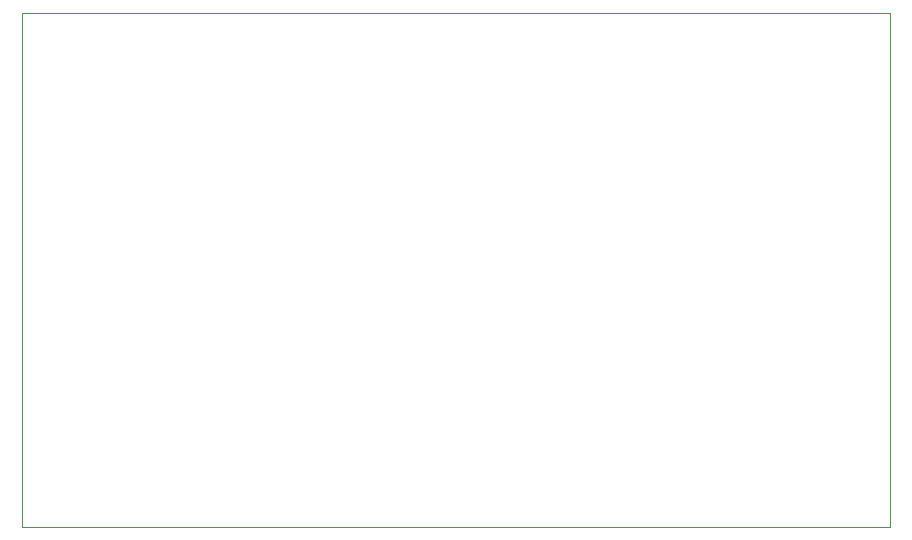
<source format=gbr>
%TF.GenerationSoftware,KiCad,Pcbnew,8.0.5*%
%TF.CreationDate,2025-12-20T23:08:16+05:30*%
%TF.ProjectId,I2C_MUX,4932435f-4d55-4582-9e6b-696361645f70,rev?*%
%TF.SameCoordinates,Original*%
%TF.FileFunction,Profile,NP*%
%FSLAX46Y46*%
G04 Gerber Fmt 4.6, Leading zero omitted, Abs format (unit mm)*
G04 Created by KiCad (PCBNEW 8.0.5) date 2025-12-20 23:08:16*
%MOMM*%
%LPD*%
G01*
G04 APERTURE LIST*
%TA.AperFunction,Profile*%
%ADD10C,0.050000*%
%TD*%
G04 APERTURE END LIST*
D10*
X106610000Y-58190000D02*
X180130000Y-58190000D01*
X180130000Y-101690000D01*
X106610000Y-101690000D01*
X106610000Y-58190000D01*
M02*

</source>
